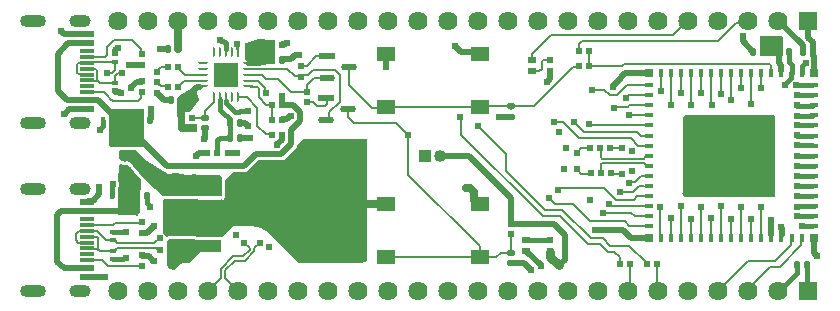
<source format=gtl>
G04*
G04 #@! TF.GenerationSoftware,Altium Limited,Altium Designer,24.5.2 (23)*
G04*
G04 Layer_Physical_Order=1*
G04 Layer_Color=255*
%FSLAX25Y25*%
%MOIN*%
G70*
G04*
G04 #@! TF.SameCoordinates,4C7D719B-D633-4967-9843-4E76C81F2032*
G04*
G04*
G04 #@! TF.FilePolarity,Positive*
G04*
G01*
G75*
%ADD13C,0.00600*%
G04:AMPARAMS|DCode=18|XSize=23.62mil|YSize=21.26mil|CornerRadius=5.63mil|HoleSize=0mil|Usage=FLASHONLY|Rotation=270.000|XOffset=0mil|YOffset=0mil|HoleType=Round|Shape=RoundedRectangle|*
%AMROUNDEDRECTD18*
21,1,0.02362,0.00999,0,0,270.0*
21,1,0.01235,0.02126,0,0,270.0*
1,1,0.01127,-0.00500,-0.00618*
1,1,0.01127,-0.00500,0.00618*
1,1,0.01127,0.00500,0.00618*
1,1,0.01127,0.00500,-0.00618*
%
%ADD18ROUNDEDRECTD18*%
%ADD19R,0.02126X0.02362*%
%ADD20R,0.03150X0.03150*%
%ADD21R,0.01575X0.03150*%
%ADD22R,0.03150X0.01575*%
%ADD23R,0.04724X0.04724*%
G04:AMPARAMS|DCode=24|XSize=23.62mil|YSize=21.26mil|CornerRadius=5.63mil|HoleSize=0mil|Usage=FLASHONLY|Rotation=180.000|XOffset=0mil|YOffset=0mil|HoleType=Round|Shape=RoundedRectangle|*
%AMROUNDEDRECTD24*
21,1,0.02362,0.00999,0,0,180.0*
21,1,0.01235,0.02126,0,0,180.0*
1,1,0.01127,-0.00618,0.00500*
1,1,0.01127,0.00618,0.00500*
1,1,0.01127,0.00618,-0.00500*
1,1,0.01127,-0.00618,-0.00500*
%
%ADD24ROUNDEDRECTD24*%
%ADD25R,0.06102X0.05118*%
%ADD26R,0.02362X0.02126*%
%ADD27R,0.01378X0.02362*%
%ADD28R,0.02362X0.01378*%
%ADD29R,0.04528X0.02362*%
%ADD30R,0.02756X0.02362*%
G04:AMPARAMS|DCode=31|XSize=33.06mil|YSize=9.55mil|CornerRadius=4.77mil|HoleSize=0mil|Usage=FLASHONLY|Rotation=270.000|XOffset=0mil|YOffset=0mil|HoleType=Round|Shape=RoundedRectangle|*
%AMROUNDEDRECTD31*
21,1,0.03306,0.00000,0,0,270.0*
21,1,0.02351,0.00955,0,0,270.0*
1,1,0.00955,0.00000,-0.01176*
1,1,0.00955,0.00000,0.01176*
1,1,0.00955,0.00000,0.01176*
1,1,0.00955,0.00000,-0.01176*
%
%ADD31ROUNDEDRECTD31*%
G04:AMPARAMS|DCode=32|XSize=35.43mil|YSize=68.9mil|CornerRadius=1.95mil|HoleSize=0mil|Usage=FLASHONLY|Rotation=90.000|XOffset=0mil|YOffset=0mil|HoleType=Round|Shape=RoundedRectangle|*
%AMROUNDEDRECTD32*
21,1,0.03543,0.06500,0,0,90.0*
21,1,0.03154,0.06890,0,0,90.0*
1,1,0.00390,0.03250,0.01577*
1,1,0.00390,0.03250,-0.01577*
1,1,0.00390,-0.03250,-0.01577*
1,1,0.00390,-0.03250,0.01577*
%
%ADD32ROUNDEDRECTD32*%
G04:AMPARAMS|DCode=33|XSize=125.98mil|YSize=68.9mil|CornerRadius=2.07mil|HoleSize=0mil|Usage=FLASHONLY|Rotation=90.000|XOffset=0mil|YOffset=0mil|HoleType=Round|Shape=RoundedRectangle|*
%AMROUNDEDRECTD33*
21,1,0.12598,0.06476,0,0,90.0*
21,1,0.12185,0.06890,0,0,90.0*
1,1,0.00413,0.03238,0.06093*
1,1,0.00413,0.03238,-0.06093*
1,1,0.00413,-0.03238,-0.06093*
1,1,0.00413,-0.03238,0.06093*
%
%ADD33ROUNDEDRECTD33*%
G04:AMPARAMS|DCode=34|XSize=9.55mil|YSize=33.06mil|CornerRadius=4.77mil|HoleSize=0mil|Usage=FLASHONLY|Rotation=270.000|XOffset=0mil|YOffset=0mil|HoleType=Round|Shape=RoundedRectangle|*
%AMROUNDEDRECTD34*
21,1,0.00955,0.02351,0,0,270.0*
21,1,0.00000,0.03306,0,0,270.0*
1,1,0.00955,-0.01176,0.00000*
1,1,0.00955,-0.01176,0.00000*
1,1,0.00955,0.01176,0.00000*
1,1,0.00955,0.01176,0.00000*
%
%ADD34ROUNDEDRECTD34*%
%ADD35R,0.04528X0.01181*%
%ADD36R,0.00955X0.03306*%
%ADD37R,0.05343X0.02253*%
G04:AMPARAMS|DCode=38|XSize=53.43mil|YSize=22.53mil|CornerRadius=11.26mil|HoleSize=0mil|Usage=FLASHONLY|Rotation=0.000|XOffset=0mil|YOffset=0mil|HoleType=Round|Shape=RoundedRectangle|*
%AMROUNDEDRECTD38*
21,1,0.05343,0.00000,0,0,0.0*
21,1,0.03091,0.02253,0,0,0.0*
1,1,0.02253,0.01545,0.00000*
1,1,0.02253,-0.01545,0.00000*
1,1,0.02253,-0.01545,0.00000*
1,1,0.02253,0.01545,0.00000*
%
%ADD38ROUNDEDRECTD38*%
%ADD50R,0.08071X0.08071*%
G04:AMPARAMS|DCode=53|XSize=39.37mil|YSize=86.61mil|CornerRadius=19.68mil|HoleSize=0mil|Usage=FLASHONLY|Rotation=270.000|XOffset=0mil|YOffset=0mil|HoleType=Round|Shape=RoundedRectangle|*
%AMROUNDEDRECTD53*
21,1,0.03937,0.04724,0,0,270.0*
21,1,0.00000,0.08661,0,0,270.0*
1,1,0.03937,-0.02362,0.00000*
1,1,0.03937,-0.02362,0.00000*
1,1,0.03937,0.02362,0.00000*
1,1,0.03937,0.02362,0.00000*
%
%ADD53ROUNDEDRECTD53*%
G04:AMPARAMS|DCode=54|XSize=39.37mil|YSize=70.87mil|CornerRadius=19.68mil|HoleSize=0mil|Usage=FLASHONLY|Rotation=270.000|XOffset=0mil|YOffset=0mil|HoleType=Round|Shape=RoundedRectangle|*
%AMROUNDEDRECTD54*
21,1,0.03937,0.03150,0,0,270.0*
21,1,0.00000,0.07087,0,0,270.0*
1,1,0.03937,-0.01575,0.00000*
1,1,0.03937,-0.01575,0.00000*
1,1,0.03937,0.01575,0.00000*
1,1,0.03937,0.01575,0.00000*
%
%ADD54ROUNDEDRECTD54*%
%ADD60R,0.01575X0.01575*%
%ADD61C,0.02000*%
%ADD62C,0.01500*%
%ADD63C,0.02500*%
%ADD64C,0.03000*%
%ADD65C,0.00603*%
%ADD66C,0.00623*%
%ADD67C,0.01001*%
%ADD68R,0.06400X0.06400*%
%ADD69C,0.06400*%
%ADD70R,0.04000X0.04000*%
%ADD71C,0.04000*%
%ADD72R,0.04000X0.04000*%
%ADD73C,0.02400*%
G36*
X250442Y89955D02*
X256205Y89905D01*
X256600Y89509D01*
Y85121D01*
X256599Y85118D01*
Y83882D01*
X256600Y83879D01*
Y83300D01*
X249100D01*
Y88043D01*
X249100Y88043D01*
X249088Y88098D01*
X249076Y88210D01*
X249076Y88323D01*
X249088Y88435D01*
X249100Y88490D01*
X249100Y88490D01*
X249102Y88497D01*
X249108Y88512D01*
X249115Y88525D01*
X249123Y88538D01*
X249128Y88544D01*
X249100Y89300D01*
X249100Y89300D01*
X249107Y89337D01*
X249115Y89412D01*
Y89488D01*
X249107Y89563D01*
X249100Y89600D01*
X249100Y89600D01*
X249105Y89626D01*
X249113Y89679D01*
X249116Y89732D01*
X249116Y89785D01*
X249114Y89811D01*
Y89811D01*
X249113Y89829D01*
X249125Y89862D01*
X249149Y89887D01*
X249181Y89900D01*
X249199Y89899D01*
X249346Y89893D01*
X249640Y89891D01*
X249934Y89904D01*
X250227Y89931D01*
X250373Y89951D01*
X250373Y89950D01*
X250382Y89952D01*
X250399Y89953D01*
X250416Y89955D01*
X250433Y89955D01*
X250442Y89955D01*
D02*
G37*
G36*
X86500Y88500D02*
X87500D01*
Y80600D01*
X84550D01*
X84331Y80357D01*
X82000D01*
X81493Y80256D01*
X81259Y80100D01*
X79378D01*
X77500Y81978D01*
Y87500D01*
X77600Y87600D01*
X82000Y89000D01*
X86500Y88500D01*
D02*
G37*
G36*
X254200Y63100D02*
Y36300D01*
X224024D01*
X223931Y36346D01*
X223768Y36476D01*
X223638Y36639D01*
X223547Y36826D01*
X223523Y36927D01*
X223428Y37016D01*
X223298Y37240D01*
X223238Y37493D01*
X223254Y37753D01*
X223300Y37874D01*
X223300Y62500D01*
X223300Y62500D01*
X223300Y62500D01*
X223461Y63033D01*
X223690Y63263D01*
X224021Y63400D01*
X224200Y63400D01*
X253500Y63400D01*
X253700Y63600D01*
X254200Y63100D01*
D02*
G37*
G36*
X61171Y71832D02*
X62100Y68601D01*
X58987Y64665D01*
X57519D01*
Y60539D01*
X61300D01*
Y58000D01*
X56100D01*
X55100Y59000D01*
X54753Y67233D01*
X54779Y67272D01*
X54901Y67882D01*
Y69118D01*
X54886Y69192D01*
X55840Y70147D01*
X59580Y72222D01*
X61171Y71832D01*
D02*
G37*
G36*
X43800Y65500D02*
Y62657D01*
X43792Y62618D01*
Y61382D01*
X43800Y61343D01*
Y52900D01*
X41213D01*
X41060Y52976D01*
X40946Y53008D01*
X40838Y53057D01*
X40756Y53060D01*
X40676Y53081D01*
X40559Y53067D01*
X40441Y53071D01*
X40363Y53042D01*
X40282Y53032D01*
X40261Y53020D01*
X35957D01*
X35566Y52942D01*
X35504Y52900D01*
X32600D01*
X32000Y53500D01*
Y65600D01*
X43700D01*
X43800Y65500D01*
D02*
G37*
G36*
X41349Y51692D02*
X44795Y48331D01*
X51745Y43967D01*
X54549Y44180D01*
X58196Y43668D01*
X61099Y43744D01*
X61577Y43681D01*
X68537Y43617D01*
X68621Y43656D01*
X69849Y42873D01*
Y40592D01*
Y36492D01*
X69349D01*
X69170Y36510D01*
X67793Y36441D01*
X67687Y36420D01*
X67449Y36492D01*
X61352Y36792D01*
X58771Y36671D01*
X54749Y36692D01*
X49849D01*
X49711Y36749D01*
X47497Y38963D01*
X41949Y44180D01*
Y44292D01*
X40549Y46192D01*
X40249Y46592D01*
X40149Y46892D01*
X38849Y47792D01*
X38049Y48092D01*
X37449D01*
X36449Y48392D01*
X35600Y48901D01*
X35449Y49169D01*
Y51492D01*
X35957Y52000D01*
X40500D01*
Y52000D01*
X40604Y52064D01*
X41349Y51692D01*
D02*
G37*
G36*
X118000Y54400D02*
Y46800D01*
Y45600D01*
Y32200D01*
Y16100D01*
Y14800D01*
X116000Y14100D01*
X95500D01*
X85283Y24317D01*
X82700Y25900D01*
X79700Y26700D01*
X73824Y26525D01*
X73824Y26525D01*
X73649Y26505D01*
X73319Y26383D01*
X73046Y26163D01*
X72856Y25867D01*
X72800Y25700D01*
X69841Y22741D01*
X69690Y22842D01*
X69300Y22920D01*
X61373D01*
X61190Y23042D01*
X60800Y23120D01*
X60068D01*
X59770Y23179D01*
X54500D01*
X54202Y23120D01*
X53621D01*
X53618Y23119D01*
X52382D01*
X52379Y23120D01*
X52100D01*
X51710Y23042D01*
X51499Y22901D01*
X51373Y22900D01*
X51114Y22970D01*
X50926Y23076D01*
X50696Y23633D01*
X50200Y24128D01*
Y35200D01*
X50400Y35400D01*
X61910D01*
X61981Y35353D01*
X62447Y35260D01*
X68947D01*
X69413Y35353D01*
X69484Y35400D01*
X69600D01*
X70000Y35000D01*
X70500Y35500D01*
Y35724D01*
X70570Y35771D01*
X70791Y36102D01*
X70868Y36492D01*
Y41968D01*
X73300Y44400D01*
X77400D01*
X77550Y44550D01*
X77880Y44616D01*
X78542Y45058D01*
X81945Y48461D01*
X89526D01*
X90225Y48600D01*
X90300D01*
X90337Y48637D01*
X90967Y49058D01*
X94206Y52296D01*
X94648Y52958D01*
X94720Y53320D01*
X96800Y55400D01*
X118000D01*
Y54400D01*
D02*
G37*
G36*
X36982Y47033D02*
X37105Y47000D01*
X37895D01*
X37915Y47005D01*
X38053Y47001D01*
X38224Y46937D01*
X38475Y46811D01*
X39138Y46351D01*
X39399Y46052D01*
X39433Y45980D01*
X39731Y45584D01*
X40264Y44860D01*
Y44466D01*
X41141Y43588D01*
X41228Y43459D01*
X41241Y43450D01*
X41250Y43437D01*
X41956Y42773D01*
X42664Y42066D01*
X42464Y34966D01*
X42464Y31066D01*
X41611Y30120D01*
X41460Y30032D01*
X41362Y30009D01*
X40900Y30100D01*
X40779Y30174D01*
X40429Y30171D01*
X39864Y30166D01*
X35501Y30166D01*
X35471Y30180D01*
X35083Y30573D01*
X35070Y30602D01*
X35197Y39231D01*
X35500Y39962D01*
Y40838D01*
X35230Y41489D01*
X35304Y46506D01*
X35864Y47066D01*
X36982Y47033D01*
D02*
G37*
G36*
X61000Y21900D02*
X69300D01*
Y18000D01*
X62800D01*
X62200Y17400D01*
X59100Y14300D01*
X56500D01*
X56100Y13900D01*
X54100Y12100D01*
X53800Y12000D01*
X52414Y12082D01*
X52354Y12085D01*
X52245Y12132D01*
X52158Y12214D01*
X52104Y12320D01*
X52096Y12379D01*
X51810Y12865D01*
X51440Y13929D01*
X51286Y15046D01*
X51355Y16171D01*
X51378Y16255D01*
X51557Y16716D01*
X51557Y16716D01*
X51500Y17700D01*
Y21400D01*
X51900Y21900D01*
X52100Y22100D01*
X52379D01*
X52382Y22099D01*
X53618D01*
X53621Y22100D01*
X57879D01*
X57882Y22099D01*
X59118D01*
X59121Y22100D01*
X60800D01*
X61000Y21900D01*
D02*
G37*
D13*
X192201Y80000D02*
X202964D01*
X252807Y77642D02*
Y80048D01*
X203598Y80634D02*
X252221D01*
X252807Y77642D02*
X252890Y77559D01*
X252221Y80634D02*
X252807Y80048D01*
X202964Y80000D02*
X203598Y80634D01*
X192201Y80000D02*
Y85000D01*
X127900Y60800D02*
X131800Y56900D01*
X111742Y62958D02*
X113900Y60800D01*
X127900D01*
X98000Y73500D02*
X100260Y75760D01*
X98000Y71201D02*
Y73500D01*
Y67799D02*
X100201D01*
X101400Y66600D02*
X104014D01*
X100201Y67799D02*
X101400Y66600D01*
X88400Y75700D02*
X92899Y71201D01*
X98000D01*
X81500Y60000D02*
X84322Y57178D01*
X81500Y60000D02*
Y64500D01*
X86121Y57178D02*
X86299Y57000D01*
X84322Y57178D02*
X86121D01*
X78041Y69459D02*
X81500Y66000D01*
Y64500D02*
Y66000D01*
X74937Y69459D02*
X78041D01*
X32568Y13250D02*
X37788D01*
X31709Y13299D02*
X32519D01*
X32568Y13250D01*
X37788D02*
X37838Y13299D01*
X43000D01*
X30000Y15009D02*
X31709Y13299D01*
X29890Y15118D02*
X30000Y15009D01*
X196600Y31000D02*
X206218D01*
X207297Y29921D01*
X199511Y33268D02*
X211945D01*
X198979Y33800D02*
X199511Y33268D01*
X198600Y33800D02*
X198979D01*
X181979Y38700D02*
X182579Y39300D01*
X197000D01*
X181600Y38700D02*
X181979D01*
X197000Y39300D02*
X201000Y35300D01*
X192482Y28100D02*
X203936D01*
X180800Y33800D02*
X186782D01*
X178700Y35900D02*
X180800Y33800D01*
X186782D02*
X192482Y28100D01*
X182471Y29701D02*
X191771Y20400D01*
X176799Y29701D02*
X182471D01*
X183200Y31800D02*
X192600Y22400D01*
X177547Y31800D02*
X183200D01*
X155000Y60000D02*
X164400Y50600D01*
Y44947D02*
Y50600D01*
X191771Y20400D02*
X195872D01*
X198331Y17941D01*
X149500Y57000D02*
X176799Y29701D01*
X149500Y57000D02*
Y61925D01*
X148926Y62500D02*
X149500Y61925D01*
X201000Y35300D02*
X206998D01*
X164400Y44947D02*
X177547Y31800D01*
X192600Y22400D02*
X196700D01*
X201255Y70073D02*
X204607Y73425D01*
X193000Y72000D02*
X197182D01*
X199108Y70073D01*
X201255D01*
X198331Y17941D02*
X200459D01*
X202299Y16101D01*
X148926Y62500D02*
Y62879D01*
X196700Y22400D02*
X199159Y19941D01*
X205476D01*
X155650Y16142D02*
Y19750D01*
X131800Y43600D02*
Y56900D01*
Y43600D02*
X155650Y19750D01*
Y16142D02*
X161249D01*
X165793Y17693D02*
X166000Y17900D01*
X161249Y16142D02*
X162800Y17693D01*
X165793D01*
X202299Y14000D02*
Y16101D01*
X104014Y66600D02*
X104600Y67186D01*
Y68614D01*
X104258Y68956D02*
X104600Y68614D01*
X104258Y68956D02*
Y69240D01*
X42822Y69322D02*
Y71121D01*
X41594Y68094D02*
X42822Y69322D01*
X33406Y68094D02*
X41594D01*
X42822Y71121D02*
X43000Y71299D01*
X42722Y83979D02*
X43000Y83701D01*
X42722Y83979D02*
Y85678D01*
X33882Y88700D02*
X39700D01*
X42722Y85678D01*
X206998Y35300D02*
X208158Y36459D01*
X211790D01*
X211945Y36614D01*
X259383Y22242D02*
X259583Y22441D01*
X259383Y20157D02*
Y22242D01*
X254226Y15000D02*
X259383Y20157D01*
X245000Y15000D02*
X254226D01*
X215904Y21686D02*
Y32932D01*
X204607Y73425D02*
X211945D01*
X173000Y81870D02*
X173065Y81936D01*
Y83965D02*
X179300Y90200D01*
X220200D01*
X173065Y81936D02*
Y83965D01*
X64088Y64770D02*
X67063Y67745D01*
Y69459D01*
X64088Y62697D02*
Y64770D01*
X83071Y77000D02*
X83705Y76366D01*
X84371Y75700D01*
X78541Y77000D02*
X83071D01*
X84371Y75700D02*
X88400D01*
X262793Y22305D02*
X262929Y22441D01*
X262793Y20093D02*
Y22305D01*
X255700Y13000D02*
X262793Y20093D01*
X84232Y71268D02*
X84500Y71000D01*
X81646Y75032D02*
X84232Y72445D01*
Y71268D02*
Y72445D01*
X244177Y94177D02*
X245000Y95000D01*
X241177Y94177D02*
X244177D01*
X189700Y88200D02*
X235200D01*
X241177Y94177D01*
X79694Y75032D02*
X81646D01*
X166000Y23799D02*
X166432Y24232D01*
X74914Y85694D02*
Y87286D01*
X30000Y71102D02*
X30398D01*
X24764D02*
X30000D01*
X30398D02*
X31424Y70077D01*
Y70041D02*
X32888Y68577D01*
X32923D01*
X33406Y68094D01*
X31424Y70041D02*
Y70077D01*
X31319Y83590D02*
Y86137D01*
X33882Y88700D01*
X29800Y83004D02*
X30733D01*
X24854D02*
X29800D01*
X30733D02*
X31319Y83590D01*
X24764Y82913D02*
X24854Y83004D01*
X24764Y15118D02*
X29890D01*
X207310Y41268D02*
X209349Y43307D01*
X211945D01*
X205768Y41268D02*
X207310D01*
X205500Y41000D02*
X205768Y41268D01*
X188700Y55800D02*
X206018D01*
X208472Y53347D01*
X208200Y57800D02*
X209307Y56693D01*
X211945D01*
X190400Y57800D02*
X208200D01*
X208472Y53347D02*
X211945D01*
X206870Y38000D02*
X208870Y40000D01*
X202500Y38000D02*
X206870D01*
X208870Y40000D02*
X210271D01*
X186000Y58500D02*
X188700Y55800D01*
X185982Y58500D02*
X186000D01*
X180400Y61100D02*
X183400D01*
X184400Y60100D01*
Y60082D02*
X185982Y58500D01*
X184400Y60082D02*
Y60100D01*
X187100Y61100D02*
X190400Y57800D01*
X192121Y60500D02*
X192389Y60232D01*
X193147D01*
X193340Y60039D01*
X211945D01*
X187100Y61100D02*
Y61200D01*
X91469Y79031D02*
X94000Y76500D01*
X82000Y79031D02*
X91469D01*
X33429Y26929D02*
X34200Y27700D01*
X42300D01*
X24764Y26929D02*
X33429D01*
X252472Y13000D02*
X255700D01*
X111742Y62958D02*
Y65500D01*
X166000Y17900D02*
Y23799D01*
X124350Y16142D02*
X154358D01*
X154900Y15600D01*
X180700Y73400D02*
X186867Y79567D01*
X188236D02*
X188400Y79731D01*
Y80000D01*
X186867Y79567D02*
X188236D01*
X173686Y66386D02*
X179100Y71800D01*
X179118D02*
X180700Y73382D01*
Y73400D01*
X166000Y66386D02*
X173686D01*
X179100Y71800D02*
X179118D01*
X155650Y66142D02*
X155894Y66386D01*
X165686D02*
X165700Y66400D01*
X155894Y66386D02*
X165686D01*
X124350Y66142D02*
X154142D01*
X154200Y66200D01*
X119800Y66000D02*
X122200D01*
X112242Y73558D02*
Y79500D01*
Y73558D02*
X119800Y66000D01*
X78541Y78936D02*
X82000D01*
Y79031D01*
X109000Y68017D02*
Y76777D01*
X107391Y78386D02*
X109000Y76777D01*
X105369Y64386D02*
X109000Y68017D01*
X104200Y62000D02*
X105031D01*
X105369Y62338D01*
Y64386D01*
X98386Y76714D02*
X100058Y78386D01*
X107391D01*
X96415Y76714D02*
X98386D01*
X96000Y76299D02*
X96415Y76714D01*
X94000Y76500D02*
X95000D01*
X100260Y75760D02*
X103740D01*
X104000Y75500D01*
X96332Y80033D02*
X98033D01*
X104690Y83172D02*
X104758Y83240D01*
X96000Y79701D02*
X96332Y80033D01*
X101172Y83172D02*
X104690D01*
X98033Y80033D02*
X101172Y83172D01*
X223500Y93500D02*
X225600D01*
X220200Y90200D02*
X223500Y93500D01*
X188799Y87299D02*
X189700Y88200D01*
X188799Y85000D02*
Y87299D01*
X63909Y62602D02*
X64000Y62693D01*
X59700Y62602D02*
X63909D01*
X81500Y72914D02*
X81968Y72446D01*
X79511Y73032D02*
X81383D01*
X81500Y72914D01*
X81968Y69532D02*
Y72446D01*
Y69532D02*
X84500Y67000D01*
X86299Y62000D02*
Y67000D01*
X84500D02*
X86000D01*
X79502Y73040D02*
X79511Y73032D01*
X203936Y28100D02*
X205461Y26575D01*
X214701Y14000D02*
X214850Y13850D01*
Y5150D02*
Y13850D01*
Y5150D02*
X215000Y5000D01*
X205701Y5701D02*
Y14000D01*
X205000Y5000D02*
X205701Y5701D01*
X205476Y19941D02*
X211299Y14118D01*
Y14000D02*
Y14118D01*
X176313Y81115D02*
X176899Y81701D01*
X176313Y79014D02*
Y81115D01*
X176899Y81701D02*
X179000D01*
X175429Y78130D02*
X176313Y79014D01*
X173000Y78130D02*
X175429D01*
X205461Y26575D02*
X211945D01*
X55000Y5000D02*
X55979Y5979D01*
X207297Y29921D02*
X211945D01*
X200500Y66000D02*
X200700Y66200D01*
X205018D01*
X205551Y66732D02*
X211945D01*
X205018Y66200D02*
X205551Y66732D01*
X205500Y63500D02*
X205614Y63386D01*
X211945D01*
X204647Y69268D02*
X205458Y70079D01*
X207200D02*
X207200Y70079D01*
X205458Y70079D02*
X207200D01*
X207200Y70079D02*
X211945D01*
X204268Y69268D02*
X204647D01*
X245000Y5528D02*
X252472Y13000D01*
X245000Y5000D02*
Y5528D01*
X235000Y5000D02*
X245000Y15000D01*
X246204Y67304D02*
Y76359D01*
X216100Y71392D02*
Y76408D01*
X246171Y23763D02*
Y28778D01*
X249496Y23741D02*
Y32796D01*
X239371Y23763D02*
Y28778D01*
X242696Y23741D02*
Y32796D01*
X232671Y24063D02*
Y29078D01*
X235996Y24041D02*
Y33096D01*
X226071Y23963D02*
Y28978D01*
X229396Y23941D02*
Y32996D01*
X219471Y24063D02*
Y29078D01*
X222796Y24041D02*
Y33096D01*
X222829Y71022D02*
Y76037D01*
X219504Y67004D02*
Y76059D01*
X229329Y71022D02*
Y76037D01*
X226004Y67004D02*
Y76059D01*
X232811Y67189D02*
Y77559D01*
Y67189D02*
X233000Y67000D01*
X236000Y70500D02*
X236157Y70657D01*
Y77559D01*
X239500Y68500D02*
X239504Y68504D01*
Y77559D01*
X242829Y72522D02*
Y77537D01*
X249522Y72522D02*
Y77537D01*
X249543Y77559D01*
X249500Y72500D02*
X249522Y72522D01*
D18*
X42500Y62000D02*
D03*
X45886D02*
D03*
X72307Y56000D02*
D03*
X75693D02*
D03*
X258693Y84500D02*
D03*
X246807D02*
D03*
X44693Y36500D02*
D03*
X51707Y85400D02*
D03*
X52807Y68500D02*
D03*
X89693Y82000D02*
D03*
X266693Y84500D02*
D03*
X261307Y13500D02*
D03*
X75693Y61000D02*
D03*
X72307D02*
D03*
X264693Y13500D02*
D03*
X263307Y84500D02*
D03*
X86307Y82000D02*
D03*
X56193Y68500D02*
D03*
X55093Y85400D02*
D03*
X41307Y36500D02*
D03*
X250193Y84500D02*
D03*
X255307D02*
D03*
D19*
X195998Y44187D02*
D03*
X199400D02*
D03*
X195801Y52500D02*
D03*
X192399D02*
D03*
X196000Y44187D02*
D03*
X192598D02*
D03*
X89701Y62000D02*
D03*
Y57000D02*
D03*
X188799Y80000D02*
D03*
X192201D02*
D03*
X188799Y85000D02*
D03*
X192201D02*
D03*
X71601Y51000D02*
D03*
X68199D02*
D03*
X64799D02*
D03*
X68201D02*
D03*
X89701Y87000D02*
D03*
X86299D02*
D03*
X51799Y73000D02*
D03*
X55201D02*
D03*
X51799Y79400D02*
D03*
X55201D02*
D03*
X86299Y57000D02*
D03*
Y67000D02*
D03*
X89701D02*
D03*
X86299Y62000D02*
D03*
X205701Y14000D02*
D03*
X202299D02*
D03*
X214701D02*
D03*
X211299D02*
D03*
X199201Y52500D02*
D03*
X195799D02*
D03*
D20*
X267063Y77559D02*
D03*
X211945D02*
D03*
X267063Y22441D02*
D03*
X211945D02*
D03*
D21*
X262929Y77559D02*
D03*
X259583D02*
D03*
X252890Y22441D02*
D03*
X256236D02*
D03*
X262929D02*
D03*
X259583D02*
D03*
X249543D02*
D03*
X246197D02*
D03*
X242850D02*
D03*
X239504D02*
D03*
X236157D02*
D03*
X232811D02*
D03*
X229465D02*
D03*
X226118D02*
D03*
X222772D02*
D03*
X219425D02*
D03*
X216079D02*
D03*
Y77559D02*
D03*
X219425D02*
D03*
X222772D02*
D03*
X226118D02*
D03*
X229465D02*
D03*
X232811D02*
D03*
X236157D02*
D03*
X239504D02*
D03*
X242850D02*
D03*
X246197D02*
D03*
X249543D02*
D03*
X252890D02*
D03*
X256236D02*
D03*
D22*
X267063Y26575D02*
D03*
Y29921D02*
D03*
Y33268D02*
D03*
Y36614D02*
D03*
Y39961D02*
D03*
Y43307D02*
D03*
Y46654D02*
D03*
Y50000D02*
D03*
Y53347D02*
D03*
Y56693D02*
D03*
Y60039D02*
D03*
Y63386D02*
D03*
Y66732D02*
D03*
Y70079D02*
D03*
Y73425D02*
D03*
X211945Y26575D02*
D03*
Y29921D02*
D03*
Y33268D02*
D03*
Y36614D02*
D03*
Y39961D02*
D03*
Y43307D02*
D03*
Y46654D02*
D03*
Y50000D02*
D03*
Y53347D02*
D03*
Y56693D02*
D03*
Y60039D02*
D03*
Y63386D02*
D03*
Y66732D02*
D03*
Y70079D02*
D03*
Y73425D02*
D03*
D23*
X239504Y50000D02*
D03*
X246000D02*
D03*
Y43504D02*
D03*
X239504D02*
D03*
X233008D02*
D03*
Y50000D02*
D03*
Y56496D02*
D03*
X239504D02*
D03*
D24*
X166000Y63000D02*
D03*
Y14307D02*
D03*
X58000Y34307D02*
D03*
X53000Y24193D02*
D03*
X58500D02*
D03*
X64000Y59307D02*
D03*
Y62693D02*
D03*
X58500Y20807D02*
D03*
X53000D02*
D03*
X58000Y37693D02*
D03*
X166000Y17693D02*
D03*
Y66386D02*
D03*
D25*
X124350Y83858D02*
D03*
X155650D02*
D03*
X124350Y33858D02*
D03*
X155650D02*
D03*
Y16142D02*
D03*
X124350D02*
D03*
X155650Y66142D02*
D03*
X124350D02*
D03*
D26*
X43000Y16701D02*
D03*
Y24299D02*
D03*
Y74701D02*
D03*
Y80299D02*
D03*
X179000Y81701D02*
D03*
Y78299D02*
D03*
Y21701D02*
D03*
Y18299D02*
D03*
X59700Y59200D02*
D03*
Y62602D02*
D03*
X43000Y83701D02*
D03*
Y71299D02*
D03*
Y27701D02*
D03*
Y13299D02*
D03*
X98000Y71201D02*
D03*
Y67799D02*
D03*
X166000Y23799D02*
D03*
Y27201D02*
D03*
X96000Y76299D02*
D03*
Y79701D02*
D03*
D27*
X33220Y36500D02*
D03*
X30220Y62000D02*
D03*
X32779D02*
D03*
X35780Y36500D02*
D03*
D28*
X33500Y24559D02*
D03*
Y15500D02*
D03*
X34000Y83780D02*
D03*
Y71720D02*
D03*
Y74279D02*
D03*
Y81221D02*
D03*
X33500Y18059D02*
D03*
Y22000D02*
D03*
D29*
X24764Y9409D02*
D03*
Y34606D02*
D03*
Y65394D02*
D03*
Y90591D02*
D03*
Y68543D02*
D03*
Y87441D02*
D03*
Y12559D02*
D03*
Y31457D02*
D03*
D30*
X171000Y18130D02*
D03*
Y21870D02*
D03*
X173000Y78130D02*
D03*
Y81870D02*
D03*
D31*
X71000Y69459D02*
D03*
Y84541D02*
D03*
X72969D02*
D03*
X69032D02*
D03*
X67063D02*
D03*
Y69459D02*
D03*
X69032D02*
D03*
X72969D02*
D03*
X74937D02*
D03*
D32*
X65697Y29000D02*
D03*
Y19945D02*
D03*
Y38055D02*
D03*
D33*
X90303Y29000D02*
D03*
D34*
X78541Y78969D02*
D03*
Y77000D02*
D03*
X63459Y80937D02*
D03*
Y78969D02*
D03*
Y77000D02*
D03*
Y75032D02*
D03*
Y73063D02*
D03*
X78541D02*
D03*
Y75032D02*
D03*
Y80937D02*
D03*
D35*
X24764Y84882D02*
D03*
Y82913D02*
D03*
Y80945D02*
D03*
Y78976D02*
D03*
Y77008D02*
D03*
Y75039D02*
D03*
Y73071D02*
D03*
Y71102D02*
D03*
Y28898D02*
D03*
Y26929D02*
D03*
Y24961D02*
D03*
Y22992D02*
D03*
Y21024D02*
D03*
Y19055D02*
D03*
Y17087D02*
D03*
Y15118D02*
D03*
D36*
X74937Y84541D02*
D03*
D37*
X104258Y69240D02*
D03*
X104758Y83240D02*
D03*
D38*
X104258Y61760D02*
D03*
X111742Y65500D02*
D03*
X104758Y75760D02*
D03*
X112242Y79500D02*
D03*
D50*
X71000Y77000D02*
D03*
D53*
X6752Y39016D02*
D03*
Y5000D02*
D03*
Y95000D02*
D03*
Y60984D02*
D03*
D54*
X22500Y39016D02*
D03*
Y5000D02*
D03*
Y95000D02*
D03*
Y60984D02*
D03*
D60*
X246000Y56496D02*
D03*
D61*
X75693Y60882D02*
X75756Y60819D01*
X77573D01*
X75693Y60882D02*
Y61000D01*
X77573Y60819D02*
X78392Y60000D01*
X78500D01*
X92681Y82181D02*
X93923Y83424D01*
X89756Y82181D02*
X92681D01*
X93923Y83424D02*
X95424D01*
X89764Y87181D02*
X91073D01*
X89701Y87118D02*
X89764Y87181D01*
X91073D02*
X91392Y87500D01*
X91500D01*
X89701Y87000D02*
Y87118D01*
X253950Y85975D02*
Y86506D01*
X152000Y50000D02*
X166000Y36000D01*
X142500Y50000D02*
X152000D01*
X166000Y27201D02*
Y36000D01*
X89693Y82118D02*
X89756Y82181D01*
X89693Y82000D02*
Y82118D01*
X95424Y83424D02*
X95500Y83500D01*
X42948Y16701D02*
X43011Y16638D01*
X53000Y24193D02*
Y28900D01*
X54500Y29050D02*
X58500D01*
X65647D01*
X33924Y71077D02*
X35724D01*
X147500Y86500D02*
X149500Y84500D01*
X155008D02*
X155650Y83858D01*
X149500Y84500D02*
X155008D01*
X182000Y13400D02*
X182070D01*
X184000Y15330D01*
Y23600D01*
X171378Y17949D02*
X175933Y13393D01*
X176107D01*
X176200Y13300D01*
X172792Y12000D02*
X172900D01*
X166000Y14307D02*
X170485D01*
X172792Y12000D01*
X243277Y88149D02*
X246807Y84618D01*
X243277Y88149D02*
Y89824D01*
X255307Y84500D02*
Y84618D01*
Y80753D02*
Y84500D01*
X181097Y26503D02*
X184000Y23600D01*
X180399Y27201D02*
X181097Y26503D01*
X166000Y27201D02*
X180399D01*
X51300Y29100D02*
X51350Y29050D01*
X53000D01*
X81100Y50500D02*
X89526D01*
X92764Y53738D02*
Y58664D01*
X77100Y46500D02*
X81100Y50500D01*
X51500Y46500D02*
X77100D01*
X89526Y50500D02*
X92764Y53738D01*
Y58664D02*
X95800Y61700D01*
Y64700D01*
X93500Y67000D02*
X95800Y64700D01*
X92492Y63200D02*
X92600D01*
X89701Y62118D02*
X89764Y62181D01*
X89701Y62000D02*
Y62118D01*
X89764Y62181D02*
X91473D01*
X92492Y63200D01*
X57131Y68681D02*
X61000Y72550D01*
X56256Y68681D02*
X57131D01*
X61000Y72550D02*
X61350Y72900D01*
X62500D01*
X59637Y59263D02*
X59700Y59200D01*
X57245Y59263D02*
X59637D01*
X57108Y59400D02*
X57245Y59263D01*
X57000Y59400D02*
X57108D01*
X267200Y82600D02*
Y82708D01*
Y77696D02*
Y82600D01*
X266630Y84681D02*
Y87720D01*
Y84681D02*
X266693Y84618D01*
X265000Y89350D02*
Y95000D01*
Y89350D02*
X266630Y87720D01*
X266693Y84500D02*
Y84618D01*
X266756Y83152D02*
Y84437D01*
Y83152D02*
X267200Y82708D01*
X267063Y77559D02*
X267200Y77696D01*
X256000Y26284D02*
Y26300D01*
Y26284D02*
X256268Y26016D01*
Y23653D02*
Y26016D01*
X95800Y30400D02*
X97700Y32300D01*
Y35500D01*
X91703Y30400D02*
X95800D01*
X90303Y29000D02*
X91703Y30400D01*
X46992Y26600D02*
X47100D01*
X43063Y24362D02*
X44754D01*
X46992Y26600D01*
X53000Y28900D02*
X55000D01*
X35724Y71077D02*
X36000Y70800D01*
X39400Y72772D02*
X41266Y74638D01*
X39400Y72700D02*
Y72772D01*
X42950Y80250D02*
X43000Y80299D01*
X38950Y80250D02*
X42950D01*
X38900Y80200D02*
X38950Y80250D01*
X49100Y85400D02*
X51707D01*
X43011Y16638D02*
X45254D01*
X46892Y15000D01*
X89700Y67000D02*
X89701Y67000D01*
X89700Y67000D02*
Y69800D01*
X89700Y69800D02*
X89700Y69800D01*
X53676Y13930D02*
X54423Y14676D01*
X53600Y13700D02*
X53676Y13777D01*
X54423Y16523D02*
X54500Y16600D01*
X54423Y14676D02*
Y16523D01*
Y16677D02*
Y16900D01*
X52877Y20744D02*
X52950D01*
X54423Y16677D02*
X54500Y16600D01*
X52877Y18447D02*
Y20744D01*
X53676Y13777D02*
Y13930D01*
X52877Y18447D02*
X54423Y16900D01*
X58500Y16000D02*
Y20600D01*
X86299Y82008D02*
Y85500D01*
X56193Y68618D02*
X56256Y68681D01*
X56193Y68500D02*
Y68618D01*
X255307Y80753D02*
X256024Y80036D01*
Y78134D02*
Y80036D01*
X253950Y85975D02*
X255307Y84618D01*
X263307Y84500D02*
Y86800D01*
X255107Y95000D02*
X263307Y86800D01*
X267063Y17545D02*
X268000Y16608D01*
X267063Y17545D02*
Y22441D01*
X268000Y16500D02*
Y16608D01*
X124500Y79500D02*
Y83709D01*
X124350Y83858D02*
X124500Y83709D01*
X81100Y85500D02*
X85500D01*
X79900Y84300D02*
X81100Y85500D01*
X78800Y84300D02*
X79900D01*
X43000Y55000D02*
X51500Y46500D01*
X24802Y68506D02*
X28414D01*
X32970Y62529D02*
X33500Y62000D01*
X15000Y71500D02*
Y84004D01*
X37500Y55000D02*
X43000D01*
X17957Y68543D02*
X24764D01*
X37500Y62000D02*
X42500D01*
X33500D02*
X37500D01*
X32970Y62529D02*
Y63949D01*
X15000Y71500D02*
X17957Y68543D01*
X37500Y55000D02*
Y62000D01*
X89701Y67000D02*
X93500D01*
X18437Y87441D02*
X24764D01*
Y68543D02*
X24802Y68506D01*
X28414D02*
X32970Y63949D01*
X15000Y84004D02*
X18437Y87441D01*
X89638Y55246D02*
Y56937D01*
X88200Y53808D02*
X89638Y55246D01*
X88200Y53700D02*
Y53808D01*
X24764Y31457D02*
X30000D01*
X36628D01*
X37800Y32628D01*
Y36500D01*
X41100D01*
X56147Y60379D02*
Y68446D01*
X57000Y59400D02*
Y59526D01*
X56147Y60379D02*
X57000Y59526D01*
X45949Y62118D02*
Y65141D01*
X46100Y65292D01*
Y65400D01*
X36200Y36500D02*
X37800D01*
X37500Y36800D02*
Y45000D01*
Y36800D02*
X37800Y36500D01*
X72201Y51000D02*
X74900D01*
X89638Y56937D02*
X89701Y57000D01*
X16108Y91500D02*
X17018Y90591D01*
X16000Y91500D02*
X16108D01*
X17018Y90591D02*
X24764D01*
X52807Y68500D02*
Y68618D01*
X50427Y68681D02*
X52744D01*
X48000Y71000D02*
X48108D01*
X52744Y68681D02*
X52807Y68618D01*
X48108Y71000D02*
X50427Y68681D01*
X34181Y84700D02*
Y85073D01*
X35000Y85892D02*
Y86000D01*
X34181Y85073D02*
X35000Y85892D01*
X17000Y64000D02*
X17500D01*
X18894Y65394D01*
X24764D01*
X28900Y37100D02*
Y39700D01*
X24764Y34606D02*
X24945Y34787D01*
X26587D01*
X28900Y37100D01*
X41266Y74638D02*
X42937D01*
X43000Y74701D01*
X200000Y73108D02*
X202645Y75753D01*
X58500Y29100D02*
Y29208D01*
Y29050D02*
Y29100D01*
Y24193D02*
Y29050D01*
X46892Y15000D02*
X47000D01*
X43000Y24299D02*
X43063Y24362D01*
X162000Y63000D02*
X166000D01*
X227000Y50000D02*
X233008D01*
X24764Y9409D02*
X30691D01*
X30700Y9400D01*
X36100Y36600D02*
X36200Y36500D01*
X15972Y31457D02*
X24764D01*
X14800Y30285D02*
X15972Y31457D01*
X14800Y14700D02*
X16700Y12800D01*
X14800Y14700D02*
Y30285D01*
X16972Y12559D02*
X24764D01*
X58000Y29708D02*
Y34307D01*
Y29708D02*
X58500Y29208D01*
X65647Y29050D02*
X65697Y29000D01*
X171000Y18130D02*
X171181Y17949D01*
X171378D01*
X75693Y56000D02*
X79000D01*
X252871Y23563D02*
Y28578D01*
X206059Y22441D02*
X211945D01*
X204059Y77559D02*
X211945D01*
X239500Y39000D02*
X239504Y39004D01*
Y43504D01*
X239500Y38500D02*
Y39000D01*
X246000Y43504D02*
X251496D01*
X251500Y43500D01*
X246000Y50000D02*
X251500D01*
X247000Y56000D02*
X250000D01*
X233000Y43496D02*
X233008Y43504D01*
X233000Y39000D02*
Y43496D01*
X227504Y56496D02*
X233008D01*
X227500Y56500D02*
X227504Y56496D01*
X239504D02*
Y61496D01*
X239500Y61500D02*
X239504Y61496D01*
X202645Y76145D02*
X204059Y77559D01*
X200000Y73000D02*
Y73108D01*
X202645Y75753D02*
Y76145D01*
X194000Y25100D02*
X203400D01*
X206059Y22441D01*
X63950Y55450D02*
Y59257D01*
X63900Y55400D02*
X63950Y55450D01*
Y59257D02*
X64000Y59307D01*
X123992Y66500D02*
X124350Y66142D01*
X165937Y66323D02*
X166000Y66386D01*
X61000Y50000D02*
X62000Y51000D01*
X64799D01*
X179000Y75500D02*
Y78299D01*
X178000Y74500D02*
X179000Y75500D01*
D62*
X78328Y64828D02*
X78500Y65000D01*
X75500Y64500D02*
X75828Y64828D01*
X74000Y64500D02*
X75500D01*
X75828Y64828D02*
X78328D01*
X71100Y67400D02*
X74000Y64500D01*
X250193Y84500D02*
X250506Y84813D01*
Y86262D01*
X251000Y86756D02*
Y87000D01*
X250506Y86262D02*
X251000Y86756D01*
X37356Y16000D02*
X37600D01*
X36856Y15500D02*
X37356Y16000D01*
X33500Y15500D02*
X36856D01*
X29100Y58700D02*
Y58943D01*
X30159Y60003D01*
Y61569D01*
X44693Y34351D02*
X45900Y33143D01*
X44693Y34351D02*
Y36382D01*
X45900Y32900D02*
Y33143D01*
X259545Y75789D02*
Y77522D01*
X259583Y77559D01*
X257500Y73743D02*
X259545Y75789D01*
X258693Y81256D02*
X259620Y80329D01*
Y77596D02*
Y80329D01*
X71100Y67400D02*
Y68300D01*
X69080Y56000D02*
X72307D01*
X68201Y51000D02*
Y55121D01*
X69080Y56000D01*
X69000Y65328D02*
X69828Y64500D01*
X72270Y62059D01*
Y60037D02*
Y62059D01*
Y60037D02*
X72307Y60000D01*
X69000Y65328D02*
Y66500D01*
X81937Y80937D02*
X83000Y82000D01*
X78541Y80937D02*
X81937D01*
X83705Y82000D02*
X86307D01*
X83000D02*
X83705D01*
X246807Y84500D02*
Y84618D01*
X258693Y81256D02*
Y84500D01*
X261000Y73500D02*
X261037Y73463D01*
X266345D02*
X266408Y73400D01*
X261037Y73463D02*
X266345D01*
X257500Y73500D02*
Y73743D01*
X58470Y20630D02*
X58500Y20600D01*
X171000Y21870D02*
X171085Y21785D01*
X178915D01*
X179000Y21701D01*
X33200Y39900D02*
X33220Y39880D01*
Y36500D02*
Y39880D01*
X33500Y24559D02*
X37559D01*
X263337Y26537D02*
X266508D01*
X263200Y26400D02*
X263337Y26537D01*
X68999Y66501D02*
Y68493D01*
X69000Y88500D02*
X69268Y88232D01*
X71000Y85694D02*
Y87414D01*
X70181Y88232D02*
X71000Y87414D01*
X69268Y88232D02*
X70181D01*
X55000Y95000D02*
X55046Y94954D01*
X55000Y85500D02*
X55046Y85546D01*
X72307Y56193D02*
Y60000D01*
X261492Y30000D02*
X266508D01*
X261471Y33022D02*
X261717Y33268D01*
X267063D01*
X261492Y36500D02*
X266508D01*
X261492Y40000D02*
X266508D01*
X261592Y43300D02*
X266608D01*
X261592Y49900D02*
X266608D01*
X261392Y53400D02*
X266408D01*
X261292Y56700D02*
X266308D01*
X261392Y60100D02*
X266408D01*
X261292Y63300D02*
X266308D01*
X261292Y66700D02*
X266308D01*
X261392Y70100D02*
X266408D01*
X261602Y46654D02*
X267063D01*
X261471Y46522D02*
X261602Y46654D01*
X262929Y77559D02*
X262966Y77596D01*
Y79966D01*
X264000Y81000D01*
X264500D01*
X261307Y10807D02*
Y13500D01*
X257500Y7000D02*
X261307Y10807D01*
X264693Y5307D02*
Y13500D01*
Y5307D02*
X265000Y5000D01*
D63*
X153848Y35167D02*
X155157Y33858D01*
X153848Y35167D02*
Y37835D01*
X155157Y33858D02*
X155650D01*
X152384Y39300D02*
X153848Y37835D01*
X151050Y39300D02*
X152384D01*
X116600Y33858D02*
X124350D01*
X55046Y85546D02*
Y94954D01*
D64*
X179150Y16250D02*
Y17850D01*
Y16250D02*
X182000Y13400D01*
X60343Y20057D02*
X65584D01*
X59770Y20630D02*
X60343Y20057D01*
X65584D02*
X65697Y19945D01*
X58470Y20630D02*
X59770D01*
X51645Y38055D02*
X65697D01*
X54500Y20630D02*
X58470D01*
X37500Y50000D02*
X37691Y49809D01*
X38703Y49504D02*
X40196D01*
X38398Y49809D02*
X38703Y49504D01*
X37691Y49809D02*
X38398D01*
X40196Y49504D02*
X51645Y38055D01*
D65*
X49299Y73100D02*
X51799D01*
X27647Y75000D02*
X28000Y75353D01*
X29074Y74279D02*
X34000D01*
X28000Y75353D02*
X29074Y74279D01*
X24764Y78976D02*
X24819Y78921D01*
X28000Y75353D02*
Y78500D01*
X24819Y78921D02*
X27579D01*
X28000Y78500D01*
X48469Y73930D02*
X49299Y73100D01*
Y79400D02*
X51799D01*
X48469Y78570D02*
X49299Y79400D01*
X34000Y78500D02*
Y80721D01*
X33000Y77500D02*
X34000Y78500D01*
X32500Y77500D02*
X33000D01*
X35000D02*
X35500D01*
X34000Y76500D02*
X35000Y77500D01*
X34000Y74279D02*
Y76500D01*
X55201Y73000D02*
Y73118D01*
X57232Y75032D02*
X63459D01*
X55962Y73880D02*
X56080D01*
X55201Y73118D02*
X55962Y73880D01*
X56080D02*
X57232Y75032D01*
X55201Y79282D02*
X57483Y77000D01*
X63459D01*
X55201Y79282D02*
Y79400D01*
X24902Y81083D02*
X33862D01*
X34000Y81221D01*
X24764Y80945D02*
X24902Y81083D01*
X24764Y75039D02*
X24803Y75000D01*
X27647D01*
X21500Y80400D02*
X22100Y81000D01*
X21949Y77051D02*
X24720D01*
X22100Y81000D02*
X24709D01*
X24720Y77051D02*
X24764Y77008D01*
X24709Y81000D02*
X24764Y80945D01*
X21500Y77500D02*
Y80400D01*
Y77500D02*
X21949Y77051D01*
X28147Y19000D02*
X29088Y18059D01*
X33500D01*
X28500Y19353D02*
Y22639D01*
X33500Y18059D02*
X33992D01*
X24764Y24961D02*
X28048D01*
X31009Y22000D01*
X33500D01*
X24764Y19055D02*
X24819Y19000D01*
X28147D01*
X28500Y19353D01*
X28147Y22992D02*
X28500Y22639D01*
X24764Y22992D02*
X28147D01*
X21830Y21024D02*
X24764D01*
X21000Y21853D02*
Y24000D01*
Y21853D02*
X21830Y21024D01*
X21000Y24000D02*
X22000Y25000D01*
X23000D01*
X23039Y24961D01*
X24764D01*
X73411Y16423D02*
X76834D01*
X77423Y15000D02*
X80462Y18038D01*
X70711Y9289D02*
Y11711D01*
X69288Y9289D02*
Y12301D01*
X76834Y16423D02*
X79039Y18628D01*
X69288Y12301D02*
X73411Y16423D01*
X70711Y11711D02*
X74000Y15000D01*
X77423D01*
X77183Y21000D02*
X79039Y19144D01*
Y18628D02*
Y19144D01*
X80462Y18038D02*
Y19144D01*
X70711Y9289D02*
X75000Y5000D01*
X65000D02*
X69288Y9289D01*
X47747Y19318D02*
X48565Y18500D01*
X34735Y19318D02*
X47747D01*
X48565Y18500D02*
X49000D01*
X47241Y20741D02*
X49000Y22500D01*
X34735Y20741D02*
X47241D01*
X34370Y21106D02*
X34735Y20741D01*
X34370Y21106D02*
Y21622D01*
X33500Y22000D02*
X33992D01*
Y18059D02*
X34370Y18437D01*
Y18953D02*
X34735Y19318D01*
X34370Y18437D02*
Y18953D01*
X33992Y22000D02*
X34370Y21622D01*
X188000Y45500D02*
X188019D01*
X189519Y44000D01*
X192399D01*
X189519Y52500D02*
X192399D01*
X188019Y51000D02*
X189519Y52500D01*
X188000Y51000D02*
X188019D01*
X80462Y19144D02*
X82318Y21000D01*
X77000D02*
X77183D01*
X82318D02*
X82500D01*
X75000Y5000D02*
Y6145D01*
X199587Y52500D02*
X203000D01*
X196000Y44187D02*
Y47125D01*
Y49528D02*
Y52187D01*
Y49528D02*
X196500Y49028D01*
X196000Y47125D02*
X196500Y47625D01*
X210318D01*
X196500Y49028D02*
X210318D01*
X210672Y49514D02*
X211157Y50000D01*
X211945D01*
X210672Y49382D02*
Y49514D01*
X210318Y49028D02*
X210672Y49382D01*
X211157Y46654D02*
X211945D01*
X210672Y47139D02*
X211157Y46654D01*
X210672Y47139D02*
Y47272D01*
X210318Y47625D02*
X210672Y47272D01*
X199587Y44000D02*
X203000D01*
D66*
X199400Y44187D02*
X199587Y44000D01*
D67*
X69032Y68525D02*
Y69459D01*
X68999Y68493D02*
X69032Y68525D01*
X68999Y66501D02*
X69000Y66500D01*
D68*
X265000Y95000D02*
D03*
Y5000D02*
D03*
D69*
X45000Y95000D02*
D03*
X255000Y5000D02*
D03*
X35000D02*
D03*
X45000D02*
D03*
X55000D02*
D03*
X65000D02*
D03*
X75000D02*
D03*
X85000D02*
D03*
X95000D02*
D03*
X105000D02*
D03*
X115000D02*
D03*
X125000D02*
D03*
X135000D02*
D03*
X145000D02*
D03*
X155000D02*
D03*
X165000D02*
D03*
X175000D02*
D03*
X185000D02*
D03*
X195000D02*
D03*
X205000D02*
D03*
X215000D02*
D03*
X225000D02*
D03*
X235000D02*
D03*
X245000D02*
D03*
X35000Y95000D02*
D03*
X55000D02*
D03*
X65000D02*
D03*
X75000D02*
D03*
X85000D02*
D03*
X95000D02*
D03*
X105000D02*
D03*
X115000D02*
D03*
X125000D02*
D03*
X135000D02*
D03*
X145000D02*
D03*
X155000D02*
D03*
X165000D02*
D03*
X175000D02*
D03*
X185000D02*
D03*
X195000D02*
D03*
X205000D02*
D03*
X215000D02*
D03*
X225000D02*
D03*
X235000D02*
D03*
X245000D02*
D03*
X255000D02*
D03*
D70*
X137500Y50000D02*
D03*
D71*
X142500D02*
D03*
X37500D02*
D03*
Y45000D02*
D03*
D72*
Y55000D02*
D03*
D73*
X97400Y43100D02*
D03*
X98000Y50000D02*
D03*
X101100Y43000D02*
D03*
X101700Y49900D02*
D03*
X105200Y42900D02*
D03*
X105800Y49800D02*
D03*
X109000Y43000D02*
D03*
X109500Y49500D02*
D03*
X113000Y43000D02*
D03*
X113600Y49400D02*
D03*
X109700Y53200D02*
D03*
X113800Y53100D02*
D03*
X98200Y53700D02*
D03*
X101900Y53600D02*
D03*
X106000Y53500D02*
D03*
X78500Y60000D02*
D03*
Y65000D02*
D03*
X91500Y87500D02*
D03*
X251000Y87000D02*
D03*
X254000Y88000D02*
D03*
X264500Y81000D02*
D03*
X37600Y16000D02*
D03*
X178000Y74500D02*
D03*
X151050Y39300D02*
D03*
X95500Y83500D02*
D03*
X147500Y86500D02*
D03*
X182000Y13400D02*
D03*
X176200Y13300D02*
D03*
X172900Y12000D02*
D03*
X196600Y31000D02*
D03*
X198600Y33800D02*
D03*
X202500Y38000D02*
D03*
X181600Y38700D02*
D03*
X178700Y35900D02*
D03*
X183900Y45600D02*
D03*
X192500Y35100D02*
D03*
X182000Y58000D02*
D03*
X200000Y73000D02*
D03*
X193000Y72000D02*
D03*
X155000Y60000D02*
D03*
X243277Y89824D02*
D03*
X148926Y62879D02*
D03*
X29100Y58700D02*
D03*
X45900Y32900D02*
D03*
X51300Y29100D02*
D03*
X88200Y53700D02*
D03*
X92600Y63200D02*
D03*
X267200Y82600D02*
D03*
X256000Y26300D02*
D03*
X47100Y26600D02*
D03*
X69000Y88500D02*
D03*
X36000Y70800D02*
D03*
X39400Y72700D02*
D03*
X38900Y80200D02*
D03*
X49100Y85400D02*
D03*
X88800Y34000D02*
D03*
X131800Y56900D02*
D03*
X89700Y69800D02*
D03*
X54500Y16600D02*
D03*
X53600Y13700D02*
D03*
X84500Y71000D02*
D03*
X239500Y61500D02*
D03*
X268000Y16500D02*
D03*
X261000Y73500D02*
D03*
X257500D02*
D03*
X124500Y79500D02*
D03*
X58500Y16000D02*
D03*
X74914Y87286D02*
D03*
X78800Y84300D02*
D03*
X57000Y59400D02*
D03*
X46100Y65400D02*
D03*
X74900Y51000D02*
D03*
X48000Y71000D02*
D03*
X35000Y86000D02*
D03*
X16000Y91500D02*
D03*
X17000Y64000D02*
D03*
X48000Y74500D02*
D03*
Y78000D02*
D03*
X31500Y77500D02*
D03*
X36500D02*
D03*
X184500Y52500D02*
D03*
X47000Y15000D02*
D03*
X49000Y22500D02*
D03*
Y18500D02*
D03*
X188000Y45500D02*
D03*
Y51000D02*
D03*
X162000Y63000D02*
D03*
X205500Y41000D02*
D03*
X206500Y45000D02*
D03*
Y51500D02*
D03*
X74300Y23600D02*
D03*
X85500Y19500D02*
D03*
X82500Y21000D02*
D03*
X77000D02*
D03*
X203000Y52500D02*
D03*
Y44000D02*
D03*
X192121Y60500D02*
D03*
X187100Y61200D02*
D03*
X180400Y61100D02*
D03*
X30800Y9400D02*
D03*
X33300Y40400D02*
D03*
X28900Y39700D02*
D03*
X37600Y24600D02*
D03*
X55000Y28900D02*
D03*
X58500Y29100D02*
D03*
X109200Y35000D02*
D03*
X113300Y34900D02*
D03*
X97700Y35500D02*
D03*
X105500Y35300D02*
D03*
X101400Y35400D02*
D03*
X263200Y26400D02*
D03*
X69000Y79000D02*
D03*
Y75000D02*
D03*
X72500D02*
D03*
Y79000D02*
D03*
X79000Y56000D02*
D03*
X252893Y28600D02*
D03*
X261471Y30022D02*
D03*
Y33022D02*
D03*
Y36522D02*
D03*
Y40022D02*
D03*
X261571Y43322D02*
D03*
X261471Y46522D02*
D03*
X261571Y49922D02*
D03*
X261370Y53422D02*
D03*
X261270Y56722D02*
D03*
X261370Y60122D02*
D03*
X261270Y63322D02*
D03*
Y66722D02*
D03*
X261370Y70122D02*
D03*
X251000Y56000D02*
D03*
X251500Y50000D02*
D03*
X251496Y43504D02*
D03*
X239500Y38500D02*
D03*
X233000Y38000D02*
D03*
X227500Y56500D02*
D03*
X227000Y50000D02*
D03*
X236300Y53300D02*
D03*
X242800Y53200D02*
D03*
Y46700D02*
D03*
X236300D02*
D03*
X194000Y25100D02*
D03*
X63900Y55400D02*
D03*
X205500Y63500D02*
D03*
X200500Y66000D02*
D03*
X204268Y69268D02*
D03*
X61000Y50000D02*
D03*
X246200Y67300D02*
D03*
X215904Y32932D02*
D03*
X216078Y71371D02*
D03*
X246193Y28800D02*
D03*
X249500Y32800D02*
D03*
X239393Y28800D02*
D03*
X242700Y32800D02*
D03*
X232693Y29100D02*
D03*
X236000Y33100D02*
D03*
X226093Y29000D02*
D03*
X229400Y33000D02*
D03*
X219493Y29100D02*
D03*
X222800Y33100D02*
D03*
X222807Y71000D02*
D03*
X219500Y67000D02*
D03*
X229307Y71000D02*
D03*
X226000Y67000D02*
D03*
X233000D02*
D03*
X236000Y70500D02*
D03*
X239500Y68500D02*
D03*
X242807Y72500D02*
D03*
X249500D02*
D03*
M02*

</source>
